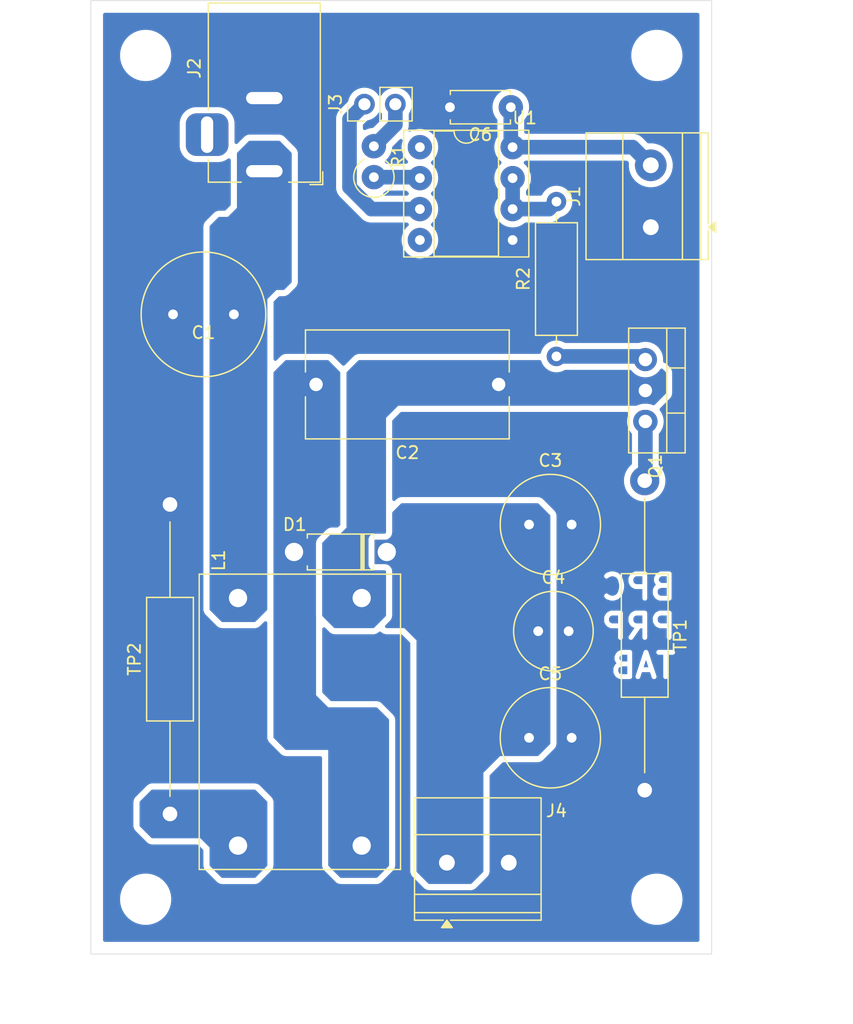
<source format=kicad_pcb>
(kicad_pcb (version 20241229) (generator "pcbnew") (generator_version "9.0")
  (layers (0 "F.Cu" signal) (2 "B.Cu" signal) (13 "F.Paste" user) (15 "B.Paste" user) (5 "F.SilkS" user "F.Silkscreen") (7 "B.SilkS" user "B.Silkscreen") (1 "F.Mask" user) (3 "B.Mask" user) (25 "Edge.Cuts" user))
  (net 0 "")
  (net 1 "GND")
  (net 2 "+24V")
  (net 3 "Net-(Q1-D)")
  (net 4 "Net-(D1-A)")
  (net 5 "out")
  (net 6 "PWM")
  (net 9 "Net-(J3-Pin_1)")
  (net 10 "Net-(J3-Pin_2)")
  (net 11 "VCC")
  (net 12 "Net-(U1-A)")
  (net 13 "Net-(R2-Pad2)")
  (net 14 "Net-(Q1-S)")
  (net 15 "Net-(L1-Pad3)")
  (footprint "Capacitor_THT:C_Radial_D8.0mm_H11.5mm_P3.50mm" (layer "F.Cu") (at 72.25 82.25)
    (property "Reference" "C5" (at 1.75 -5.25 0) (layer "F.SilkS"))
    (property "Value" "22u")
    (fp_circle (center 1.75 0) (end 5.87 0) (stroke (width 0.12)) (fill no) (layer "F.SilkS"))
    (pad "1" thru_hole circle (at 0 0) (size 2 2) (drill 0.8) (layers "*.Cu" "*.Mask") (net 5 "out"))
    (pad "2" thru_hole circle (at 3.5 0) (size 2 2) (drill 0.8) (layers "*.Cu" "*.Mask") (net 1 "GND"))
  )
  (footprint "Connector_BarrelJack:BarrelJack_Horizontal" (layer "F.Cu") (at 50.5 35.75 -90)
    (property "Reference" "J2" (at -8.45 5.75 90) (layer "F.SilkS"))
    (property "Value" "Barrel Jack")
    (fp_line (start -13.8 4.6) (end -13.8 -4.6) (stroke (width 0.12)) (layer "F.SilkS"))
    (fp_line (start -5 4.6) (end -13.8 4.6) (stroke (width 0.12)) (layer "F.SilkS"))
    (fp_line (start 0.9 4.6) (end -1 4.6) (stroke (width 0.12)) (layer "F.SilkS"))
    (fp_line (start 0.9 1.9) (end 0.9 4.6) (stroke (width 0.12)) (layer "F.SilkS"))
    (fp_line (start 1.1 -3.75) (end 1.1 -4.8) (stroke (width 0.12)) (layer "F.SilkS"))
    (fp_line (start -13.8 -4.6) (end 0.9 -4.6) (stroke (width 0.12)) (layer "F.SilkS"))
    (fp_line (start 0.9 -4.6) (end 0.9 -2) (stroke (width 0.12)) (layer "F.SilkS"))
    (fp_line (start 0.05 -4.8) (end 1.1 -4.8) (stroke (width 0.12)) (layer "F.SilkS"))
    (pad "1" thru_hole rect (at 0 0 270) (size 3.5 3.5) (drill oval 1 3) (layers "*.Cu" "*.Mask") (net 2 "+24V"))
    (pad "2" thru_hole roundrect (at -6 0 270) (size 3 3.5) (drill oval 1 3) (layers "*.Cu" "*.Mask") (net 1 "GND"))
    (pad "3" thru_hole roundrect (at -3 4.7 270) (size 3.5 3.5) (drill oval 3 1) (layers "*.Cu" "*.Mask"))
  )
  (footprint "Inductor_THT:L_CommonMode_Toroid_Vertical_L24.0mm_W16.3mm_Px10.16mm_Py20.32mm_Murata_5200" (layer "F.Cu") (at 58.5 70.78 -90)
    (property "Reference" "L1" (at -3.09 11.75 90) (layer "F.SilkS"))
    (property "Value" "2m")
    (fp_line (start -1.96 13.35) (end 22.28 13.35) (stroke (width 0.12)) (layer "F.SilkS"))
    (fp_line (start -1.96 -3.19) (end -1.96 13.35) (stroke (width 0.12)) (layer "F.SilkS"))
    (fp_line (start -1.96 -3.19) (end 22.28 -3.19) (stroke (width 0.12)) (layer "F.SilkS"))
    (fp_line (start 22.28 -3.19) (end 22.28 13.35) (stroke (width 0.12)) (layer "F.SilkS"))
    (pad "1" thru_hole rect (at 0 0 270) (size 2.2 2.2) (drill 1.5) (layers "*.Cu" "*.Mask") (net 3 "Net-(Q1-D)"))
    (pad "2" thru_hole circle (at 0 10.16 270) (size 2.2 2.2) (drill 1.5) (layers "*.Cu" "*.Mask") (net 2 "+24V"))
    (pad "3" thru_hole circle (at 20.32 10.16 270) (size 2.2 2.2) (drill 1.5) (layers "*.Cu" "*.Mask") (net 15 "Net-(L1-Pad3)"))
    (pad "4" thru_hole circle (at 20.32 0 270) (size 2.2 2.2) (drill 1.5) (layers "*.Cu" "*.Mask") (net 4 "Net-(D1-A)"))
  )
  (footprint "Resistor_THT:R_Axial_DIN0411_L9.9mm_D3.6mm_P25.40mm_Horizontal" (layer "F.Cu") (at 81.75 61.15 -90)
    (property "Reference" "TP1" (at 12.7 -2.92 270) (layer "F.SilkS"))
    (property "Value" "Shunt")
    (fp_line (start 7.63 1.92) (end 17.77 1.92) (stroke (width 0.12)) (layer "F.SilkS"))
    (fp_line (start 17.77 1.92) (end 17.77 -1.92) (stroke (width 0.12)) (layer "F.SilkS"))
    (fp_line (start 1.44 0) (end 7.63 0) (stroke (width 0.12)) (layer "F.SilkS"))
    (fp_line (start 23.96 0) (end 17.77 0) (stroke (width 0.12)) (layer "F.SilkS"))
    (fp_line (start 7.63 -1.92) (end 7.63 1.92) (stroke (width 0.12)) (layer "F.SilkS"))
    (fp_line (start 17.77 -1.92) (end 7.63 -1.92) (stroke (width 0.12)) (layer "F.SilkS"))
    (pad "1" thru_hole circle (at 0 0 270) (size 2.4 2.4) (drill 1.2) (layers "*.Cu" "*.Mask") (net 14 "Net-(Q1-S)"))
    (pad "2" thru_hole oval (at 25.4 0 270) (size 2.4 2.4) (drill 1.2) (layers "*.Cu" "*.Mask") (net 1 "GND"))
  )
  (footprint "Capacitor_THT:C_Rect_L16.5mm_W8.7mm_P15.00mm_MKT" (layer "F.Cu") (at 69.75 53.25 180)
    (property "Reference" "C2" (at 7.5 -5.6 0) (layer "F.SilkS"))
    (property "Value" "2.2u")
    (fp_line (start 15.87 1.019) (end 15.87 4.47) (stroke (width 0.12)) (layer "F.SilkS"))
    (fp_line (start 15.87 -4.47) (end 15.87 -1.019) (stroke (width 0.12)) (layer "F.SilkS"))
    (fp_line (start -0.87 4.47) (end 15.87 4.47) (stroke (width 0.12)) (layer "F.SilkS"))
    (fp_line (start -0.87 1.019) (end -0.87 4.47) (stroke (width 0.12)) (layer "F.SilkS"))
    (fp_line (start -0.87 -4.47) (end 15.87 -4.47) (stroke (width 0.12)) (layer "F.SilkS"))
    (fp_line (start -0.87 -4.47) (end -0.87 -1.019) (stroke (width 0.12)) (layer "F.SilkS"))
    (pad "1" thru_hole circle (at 0 0 180) (size 2.2 2.2) (drill 1.1) (layers "*.Cu" "*.Mask") (net 3 "Net-(Q1-D)"))
    (pad "2" thru_hole circle (at 15 0 180) (size 2.2 2.2) (drill 1.1) (layers "*.Cu" "*.Mask") (net 4 "Net-(D1-A)"))
  )
  (footprint "Connector_PinHeader_2.54mm:PinHeader_1x02_P2.54mm_Vertical" (layer "F.Cu") (at 58.725 30.25 90)
    (property "Reference" "J3" (at 0 -2.38 90) (layer "F.SilkS"))
    (property "Value" "Pin Header")
    (fp_line (start -1.38 -1.38) (end 0 -1.38) (stroke (width 0.12)) (layer "F.SilkS"))
    (fp_line (start -1.38 0) (end -1.38 -1.38) (stroke (width 0.12)) (layer "F.SilkS"))
    (fp_line (start 1.38 1.27) (end 1.38 3.92) (stroke (width 0.12)) (layer "F.SilkS"))
    (fp_line (start -1.38 1.27) (end 1.38 1.27) (stroke (width 0.12)) (layer "F.SilkS"))
    (fp_line (start -1.38 1.27) (end -1.38 3.92) (stroke (width 0.12)) (layer "F.SilkS"))
    (fp_line (start -1.38 3.92) (end 1.38 3.92) (stroke (width 0.12)) (layer "F.SilkS"))
    (pad "1" thru_hole circle (at 0 0 90) (size 1.7 1.7) (drill 1) (layers "*.Cu" "*.Mask") (net 9 "Net-(J3-Pin_1)"))
    (pad "2" thru_hole circle (at 0 2.54 90) (size 1.7 1.7) (drill 1) (layers "*.Cu" "*.Mask") (net 10 "Net-(J3-Pin_2)"))
  )
  (footprint "Capacitor_THT:C_Radial_D6.3mm_H7.0mm_P2.50mm" (layer "F.Cu") (at 73 73.5)
    (property "Reference" "C4" (at 1.25 -4.4 0) (layer "F.SilkS"))
    (property "Value" "10u")
    (fp_circle (center 1.25 0) (end 4.52 0) (stroke (width 0.12)) (fill no) (layer "F.SilkS"))
    (pad "1" thru_hole circle (at 0 0) (size 1.6 1.6) (drill 0.8) (layers "*.Cu" "*.Mask") (net 5 "out"))
    (pad "2" thru_hole circle (at 2.5 0) (size 1.6 1.6) (drill 0.8) (layers "*.Cu" "*.Mask") (net 1 "GND"))
  )
  (footprint "MountingHole:MountingHole_3.2mm_M3" (layer "F.Cu") (at 40.75 95.5)
    (property "Reference" "REF**" (hide yes))
    (property "Value" "MountingHole_3.2mm_M3")
    (pad "" np_thru_hole circle (at 0 0) (size 3.2 3.2) (drill 3.2) (layers "*.Cu" "*.Mask"))
  )
  (footprint "Capacitor_THT:C_Radial_D10.0mm_H20.0mm_P5.00mm" (layer "F.Cu") (at 48 47.5 180)
    (property "Reference" "C1" (at 2.5 -1.5 0) (layer "F.SilkS"))
    (property "Value" "22u")
    (fp_circle (center 2.5 0) (end 7.62 0) (stroke (width 0.12)) (fill no) (layer "F.SilkS"))
    (pad "1" thru_hole circle (at 0 0 180) (size 2 2) (drill 0.8) (layers "*.Cu" "*.Mask") (net 2 "+24V"))
    (pad "2" thru_hole circle (at 5 0 180) (size 2 2) (drill 0.8) (layers "*.Cu" "*.Mask") (net 1 "GND"))
  )
  (footprint "Resistor_THT:R_Axial_DIN0309_L9.0mm_D3.2mm_P2.54mm_Vertical" (layer "F.Cu") (at 59.5 36.24 90)
    (property "Reference" "R1" (at 1.72 2 90) (layer "F.SilkS"))
    (property "Value" "220")
    (fp_arc (start 1.344775 0.97138) (mid -1.655812 -0.101418) (end 1.453272 -0.8) (stroke (width 0.12)) (layer "F.SilkS"))
    (pad "1" thru_hole circle (at 0 0 90) (size 2 2) (drill 0.8) (layers "*.Cu" "*.Mask") (net 12 "Net-(U1-A)"))
    (pad "2" thru_hole circle (at 2.54 0 90) (size 2 2) (drill 0.8) (layers "*.Cu" "*.Mask") (net 10 "Net-(J3-Pin_2)"))
  )
  (footprint "MountingHole:MountingHole_3.2mm_M3" (layer "F.Cu") (at 82.75 95.5)
    (property "Reference" "REF**" (hide yes))
    (property "Value" "MountingHole_3.2mm_M3")
    (pad "" np_thru_hole circle (at 0 0) (size 3.2 3.2) (drill 3.2) (layers "*.Cu" "*.Mask"))
  )
  (footprint "Capacitor_THT:C_Radial_D8.0mm_H11.5mm_P3.50mm" (layer "F.Cu") (at 72.25 64.75)
    (property "Reference" "C3" (at 1.75 -5.25 0) (layer "F.SilkS"))
    (property "Value" "22u")
    (fp_circle (center 1.75 0) (end 5.87 0) (stroke (width 0.12)) (fill no) (layer "F.SilkS"))
    (pad "1" thru_hole circle (at 0 0) (size 2 2) (drill 0.8) (layers "*.Cu" "*.Mask") (net 5 "out"))
    (pad "2" thru_hole circle (at 3.5 0) (size 2 2) (drill 0.8) (layers "*.Cu" "*.Mask") (net 1 "GND"))
  )
  (footprint "Diode_THT:D_A-405_P7.62mm_Horizontal" (layer "F.Cu") (at 60.56 67 180)
    (property "Reference" "D1" (at 7.56 2.25 0) (layer "F.SilkS"))
    (property "Value" "SR5200")
    (fp_line (start 6.53 1.47) (end 6.53 1.14) (stroke (width 0.12)) (layer "F.SilkS"))
    (fp_line (start 6.53 -1.47) (end 6.53 -1.14) (stroke (width 0.12)) (layer "F.SilkS"))
    (fp_line (start 2.11 -1.47) (end 2.11 1.47) (stroke (width 0.12)) (layer "F.SilkS"))
    (fp_line (start 1.99 -1.47) (end 1.99 1.47) (stroke (width 0.12)) (layer "F.SilkS"))
    (fp_line (start 1.87 -1.47) (end 1.87 1.47) (stroke (width 0.12)) (layer "F.SilkS"))
    (fp_line (start 1.09 1.47) (end 6.53 1.47) (stroke (width 0.12)) (layer "F.SilkS"))
    (fp_line (start 1.09 1.14) (end 1.09 1.47) (stroke (width 0.12)) (layer "F.SilkS"))
    (fp_line (start 1.09 -1.14) (end 1.09 -1.47) (stroke (width 0.12)) (layer "F.SilkS"))
    (fp_line (start 1.09 -1.47) (end 6.53 -1.47) (stroke (width 0.12)) (layer "F.SilkS"))
    (pad "1" thru_hole rect (at 0 0 180) (size 2 2) (drill 1.5) (layers "*.Cu" "*.Mask") (net 5 "out"))
    (pad "2" thru_hole circle (at 7.62 0 180) (size 2.2 2.2) (drill 1.5) (layers "*.Cu" "*.Mask") (net 4 "Net-(D1-A)"))
  )
  (footprint "Resistor_THT:R_Axial_DIN0309_L9.0mm_D3.2mm_P12.70mm_Horizontal" (layer "F.Cu") (at 74.5 50.95 90)
    (property "Reference" "R2" (at 6.35 -2.72 90) (layer "F.SilkS"))
    (property "Value" "6")
    (fp_line (start 10.97 -1.72) (end 1.73 -1.72) (stroke (width 0.12)) (layer "F.SilkS"))
    (fp_line (start 1.73 -1.72) (end 1.73 1.72) (stroke (width 0.12)) (layer "F.SilkS"))
    (fp_line (start 11.66 0) (end 10.97 0) (stroke (width 0.12)) (layer "F.SilkS"))
    (fp_line (start 1.04 0) (end 1.73 0) (stroke (width 0.12)) (layer "F.SilkS"))
    (fp_line (start 10.97 1.72) (end 10.97 -1.72) (stroke (width 0.12)) (layer "F.SilkS"))
    (fp_line (start 1.73 1.72) (end 10.97 1.72) (stroke (width 0.12)) (layer "F.SilkS"))
    (pad "1" thru_hole circle (at 0 0 90) (size 1.6 1.6) (drill 0.8) (layers "*.Cu" "*.Mask") (net 6 "PWM"))
    (pad "2" thru_hole oval (at 12.7 0 90) (size 1.6 1.6) (drill 0.8) (layers "*.Cu" "*.Mask") (net 13 "Net-(R2-Pad2)"))
  )
  (footprint "TerminalBlock_Phoenix:TerminalBlock_Phoenix_MKDS-1,5-2-5.08_1x02_P5.08mm_Horizontal" (layer "F.Cu") (at 82.25 40.345 90)
    (property "Reference" "J1" (at 2.54 -6.32 90) (layer "F.SilkS"))
    (property "Value" "Screw Terminal")
    (fp_line (start 7.74 -5.32) (end 7.74 4.72) (stroke (width 0.12)) (layer "F.SilkS"))
    (fp_line (start -2.66 -5.32) (end 7.74 -5.32) (stroke (width 0.12)) (layer "F.SilkS"))
    (fp_line (start -2.66 -5.32) (end -2.66 4.72) (stroke (width 0.12)) (layer "F.SilkS"))
    (fp_line (start -2.66 -2.3) (end 7.74 -2.3) (stroke (width 0.12)) (layer "F.SilkS"))
    (fp_line (start -2.66 2.6) (end 7.74 2.6) (stroke (width 0.12)) (layer "F.SilkS"))
    (fp_line (start -2.66 4.1) (end 7.74 4.1) (stroke (width 0.12)) (layer "F.SilkS"))
    (fp_line (start 0.3 4.72) (end 7.74 4.72) (stroke (width 0.12)) (layer "F.SilkS"))
    (fp_line (start -2.66 4.72) (end -0.3 4.72) (stroke (width 0.12)) (layer "F.SilkS"))
    (fp_poly (pts (xy 0 4.72) (xy 0.44 5.33) (xy -0.44 5.33)) (stroke (width 0.12)) (fill yes) (layer "F.SilkS"))
    (pad "1" thru_hole roundrect (at 0 0 90) (size 2.6 2.6) (drill 1.3) (layers "*.Cu" "*.Mask") (roundrect_rratio 0.096154) (net 1 "GND"))
    (pad "2" thru_hole circle (at 5.08 0 90) (size 2.6 2.6) (drill 1.3) (layers "*.Cu" "*.Mask") (net 11 "VCC"))
  )
  (footprint "TerminalBlock_Phoenix:TerminalBlock_Phoenix_MKDS-1,5-2-5.08_1x02_P5.08mm_Horizontal" (layer "F.Cu") (at 65.5 92.5)
    (property "Reference" "J4" (at 9 -4.25 0) (layer "F.SilkS"))
    (property "Value" "Screw Terminal")
    (fp_line (start -2.66 -5.32) (end -2.66 4.72) (stroke (width 0.12)) (layer "F.SilkS"))
    (fp_line (start -2.66 -5.32) (end 7.74 -5.32) (stroke (width 0.12)) (layer "F.SilkS"))
    (fp_line (start -2.66 -2.3) (end 7.74 -2.3) (stroke (width 0.12)) (layer "F.SilkS"))
    (fp_line (start -2.66 2.6) (end 7.74 2.6) (stroke (width 0.12)) (layer "F.SilkS"))
    (fp_line (start -2.66 4.1) (end 7.74 4.1) (stroke (width 0.12)) (layer "F.SilkS"))
    (fp_line (start -2.66 4.72) (end -0.3 4.72) (stroke (width 0.12)) (layer "F.SilkS"))
    (fp_line (start 0.3 4.72) (end 7.74 4.72) (stroke (width 0.12)) (layer "F.SilkS"))
    (fp_line (start 7.74 -5.32) (end 7.74 4.72) (stroke (width 0.12)) (layer "F.SilkS"))
    (fp_poly (pts (xy 0 4.72) (xy 0.44 5.33) (xy -0.44 5.33)) (stroke (width 0.12)) (fill yes) (layer "F.SilkS"))
    (pad "1" thru_hole roundrect (at 0 0) (size 2.6 2.6) (drill 1.3) (layers "*.Cu" "*.Mask") (roundrect_rratio 0.096154) (net 5 "out"))
    (pad "2" thru_hole circle (at 5.08 0) (size 2.6 2.6) (drill 1.3) (layers "*.Cu" "*.Mask") (net 1 "GND"))
  )
  (footprint "Capacitor_THT:C_Disc_D4.7mm_W2.5mm_P5.00mm" (layer "F.Cu") (at 70.75 30.5 180)
    (property "Reference" "C6" (at 2.5 -2.25 0) (layer "F.SilkS"))
    (property "Value" "0.1u")
    (fp_line (start 4.97 1.04) (end 4.97 1.37) (stroke (width 0.12)) (layer "F.SilkS"))
    (fp_line (start 4.97 -1.37) (end 4.97 -1.04) (stroke (width 0.12)) (layer "F.SilkS"))
    (fp_line (start 0.03 1.37) (end 4.97 1.37) (stroke (width 0.12)) (layer "F.SilkS"))
    (fp_line (start 0.03 1.04) (end 0.03 1.37) (stroke (width 0.12)) (layer "F.SilkS"))
    (fp_line (start 0.03 -1.37) (end 4.97 -1.37) (stroke (width 0.12)) (layer "F.SilkS"))
    (fp_line (start 0.03 -1.37) (end 0.03 -1.04) (stroke (width 0.12)) (layer "F.SilkS"))
    (pad "1" thru_hole circle (at 0 0 180) (size 2 2) (drill 0.8) (layers "*.Cu" "*.Mask") (net 11 "VCC"))
    (pad "2" thru_hole circle (at 5 0 180) (size 2 2) (drill 0.8) (layers "*.Cu" "*.Mask") (net 1 "GND"))
  )
  (footprint "Resistor_THT:R_Axial_DIN0411_L9.9mm_D3.6mm_P25.40mm_Horizontal" (layer "F.Cu") (at 42.75 88.5 90)
    (property "Reference" "TP2" (at 12.7 -2.92 90) (layer "F.SilkS"))
    (property "Value" "Shunt")
    (fp_line (start 17.77 -1.92) (end 7.63 -1.92) (stroke (width 0.12)) (layer "F.SilkS"))
    (fp_line (start 7.63 -1.92) (end 7.63 1.92) (stroke (width 0.12)) (layer "F.SilkS"))
    (fp_line (start 23.96 0) (end 17.77 0) (stroke (width 0.12)) (layer "F.SilkS"))
    (fp_line (start 1.44 0) (end 7.63 0) (stroke (width 0.12)) (layer "F.SilkS"))
    (fp_line (start 17.77 1.92) (end 17.77 -1.92) (stroke (width 0.12)) (layer "F.SilkS"))
    (fp_line (start 7.63 1.92) (end 17.77 1.92) (stroke (width 0.12)) (layer "F.SilkS"))
    (pad "1" thru_hole circle (at 0 0 90) (size 2.4 2.4) (drill 1.2) (layers "*.Cu" "*.Mask") (net 15 "Net-(L1-Pad3)"))
    (pad "2" thru_hole oval (at 25.4 0 90) (size 2.4 2.4) (drill 1.2) (layers "*.Cu" "*.Mask") (net 1 "GND"))
  )
  (footprint "Package_DIP:DIP-8_W7.62mm_Socket" (layer "F.Cu") (at 63.28 33.78)
    (property "Reference" "U1" (at 8.61 -2.4 0) (layer "F.SilkS"))
    (property "Value" "HCPL-3120")
    (fp_line (start 1.16 -1.33) (end 1.16 8.95) (stroke (width 0.12)) (layer "F.SilkS"))
    (fp_line (start 1.16 8.95) (end 6.46 8.95) (stroke (width 0.12)) (layer "F.SilkS"))
    (fp_line (start 2.81 -1.33) (end 1.16 -1.33) (stroke (width 0.12)) (layer "F.SilkS"))
    (fp_line (start 6.46 -1.33) (end 4.81 -1.33) (stroke (width 0.12)) (layer "F.SilkS"))
    (fp_line (start 6.46 8.95) (end 6.46 -1.33) (stroke (width 0.12)) (layer "F.SilkS"))
    (fp_rect (start -1.33 -1.39) (end 8.95 9.01) (stroke (width 0.12)) (fill no) (layer "F.SilkS"))
    (fp_arc (start 4.81 -1.33) (mid 3.81 -0.33) (end 2.81 -1.33) (stroke (width 0.12)) (layer "F.SilkS"))
    (pad "1" thru_hole circle (at 0 0) (size 2 2) (drill 0.8) (layers "*.Cu" "*.Mask"))
    (pad "2" thru_hole circle (at 0 2.54) (size 2 2) (drill 0.8) (layers "*.Cu" "*.Mask") (net 12 "Net-(U1-A)"))
    (pad "3" thru_hole circle (at 0 5.08) (size 2 2) (drill 0.8) (layers "*.Cu" "*.Mask") (net 9 "Net-(J3-Pin_1)"))
    (pad "4" thru_hole circle (at 0 7.62) (size 2 2) (drill 0.8) (layers "*.Cu" "*.Mask"))
    (pad "5" thru_hole circle (at 7.62 7.62) (size 2 2) (drill 0.8) (layers "*.Cu" "*.Mask") (net 1 "GND"))
    (pad "6" thru_hole circle (at 7.62 5.08) (size 2 2) (drill 0.8) (layers "*.Cu" "*.Mask") (net 13 "Net-(R2-Pad2)"))
    (pad "7" thru_hole circle (at 7.62 2.54) (size 2 2) (drill 0.8) (layers "*.Cu" "*.Mask") (net 13 "Net-(R2-Pad2)"))
    (pad "8" thru_hole circle (at 7.62 0) (size 2 2) (drill 0.8) (layers "*.Cu" "*.Mask") (net 11 "VCC"))
  )
  (footprint "MountingHole:MountingHole_3.2mm_M3" (layer "F.Cu") (at 40.75 26.25)
    (property "Reference" "REF**" (hide yes))
    (property "Value" "MountingHole_3.2mm_M3")
    (pad "" np_thru_hole circle (at 0 0) (size 3.2 3.2) (drill 3.2) (layers "*.Cu" "*.Mask"))
  )
  (footprint "Package_TO_SOT_THT:TO-220-3_Vertical" (layer "F.Cu") (at 81.805 51.21 -90)
    (property "Reference" "Q1" (at 8.75 -0.83 90) (layer "F.SilkS"))
    (property "Value" "IRF520N")
    (fp_line (start -2.58 1.371) (end 7.66 1.371) (stroke (width 0.12)) (layer "F.SilkS"))
    (fp_line (start -2.58 -1.76) (end 7.66 -1.76) (stroke (width 0.12)) (layer "F.SilkS"))
    (fp_line (start -2.58 -3.27) (end -2.58 1.371) (stroke (width 0.12)) (layer "F.SilkS"))
    (fp_line (start -2.58 -3.27) (end 7.66 -3.27) (stroke (width 0.12)) (layer "F.SilkS"))
    (fp_line (start 0.69 -3.27) (end 0.69 -1.76) (stroke (width 0.12)) (layer "F.SilkS"))
    (fp_line (start 4.391 -3.27) (end 4.391 -1.76) (stroke (width 0.12)) (layer "F.SilkS"))
    (fp_line (start 7.66 -3.27) (end 7.66 1.371) (stroke (width 0.12)) (layer "F.SilkS"))
    (pad "1" thru_hole circle (at 0 0 270) (size 1.905 1.905) (drill 1.1) (layers "*.Cu" "*.Mask") (net 6 "PWM"))
    (pad "2" thru_hole oval (at 2.54 0 270) (size 1.905 2) (drill 1.1) (layers "*.Cu" "*.Mask") (net 3 "Net-(Q1-D)"))
    (pad "3" thru_hole oval (at 5.08 0 270) (size 1.905 2) (drill 1.1) (layers "*.Cu" "*.Mask") (net 14 "Net-(Q1-S)"))
  )
  (footprint "MountingHole:MountingHole_3.2mm_M3" (layer "F.Cu") (at 82.75 26.25)
    (property "Reference" "REF**" (hide yes))
    (property "Value" "MountingHole_3.2mm_M3")
    (pad "" np_thru_hole circle (at 0 0) (size 3.2 3.2) (drill 3.2) (layers "*.Cu" "*.Mask"))
  )
  (gr_rect (start 36.25 21.75) (end 87.25 100) (stroke (width 0.05)) (fill no) (layer "Edge.Cuts"))
  (gr_text "BPC\nPRP\nTAB\n" (at 84.5 77.5 0) (layer "B.Cu" knockout) (effects (font (size 2 2) (thickness 0.4) (bold yes)) (justify left bottom mirror)))
  (segment (start 74.5 50.95) (end 81.545 50.95) (width 1.2) (layer "B.Cu") (net 6))
  (segment (start 81.545 50.95) (end 81.805 51.21) (width 1.2) (layer "B.Cu") (net 6))
  (segment (start 58.725 30.25) (end 57.499 31.476) (width 1.2) (layer "B.Cu") (net 9))
  (segment (start 59.290158 38.86) (end 63.28 38.86) (width 1.2) (layer "B.Cu") (net 9))
  (segment (start 57.499 37.068842) (end 59.290158 38.86) (width 1.2) (layer "B.Cu") (net 9))
  (segment (start 57.499 31.476) (end 57.499 37.068842) (width 1.2) (layer "B.Cu") (net 9))
  (segment (start 61.265 30.25) (end 61.265 31.935) (width 1.2) (layer "B.Cu") (net 10))
  (segment (start 61.265 31.935) (end 59.5 33.7) (width 1.2) (layer "B.Cu") (net 10))
  (segment (start 80.765 33.78) (end 82.25 35.265) (width 1.2) (layer "B.Cu") (net 11))
  (segment (start 70.75 30.5) (end 70.75 33.63) (width 1.2) (layer "B.Cu") (net 11))
  (segment (start 70.75 33.63) (end 70.9 33.78) (width 1.2) (layer "B.Cu") (net 11))
  (segment (start 70.9 33.78) (end 80.765 33.78) (width 1.2) (layer "B.Cu") (net 11))
  (segment (start 63.2 36.24) (end 63.28 36.32) (width 1.2) (layer "B.Cu") (net 12))
  (segment (start 59.7 36.24) (end 63.2 36.24) (width 1.2) (layer "B.Cu") (net 12))
  (segment (start 70.9 36.32) (end 70.9 38.86) (width 1.2) (layer "B.Cu") (net 13))
  (segment (start 73.89 38.86) (end 74.5 38.25) (width 1.2) (layer "B.Cu") (net 13))
  (segment (start 70.9 38.86) (end 73.89 38.86) (width 1.2) (layer "B.Cu") (net 13))
  (segment (start 81.805 61.095) (end 81.75 61.15) (width 1.2) (layer "B.Cu") (net 14))
  (segment (start 81.805 56.29) (end 81.805 61.095) (width 1.2) (layer "B.Cu") (net 14))
  (zone (net 1) (net_name "GND") (layer "B.Cu") (connect_pads yes (clearance 0.5)) (min_thickness 0.3) (fill yes (thermal_gap 0.5) (thermal_bridge_width 0.8) (smoothing chamfer) (radius 1))
    (polygon (pts (xy 36.25 21.75) (xy 87.25 21.75) (xy 87.25 100) (xy 36.25 100)))
  )
  (zone (net 5) (net_name "out") (layer "B.Cu") (priority 7) (connect_pads yes (clearance 0.5)) (min_thickness 0.25) (fill yes (thermal_gap 0.5) (thermal_bridge_width 0.5) (smoothing chamfer) (radius 1))
    (polygon (pts (xy 59.5 73.25) (xy 62 73.25) (xy 63 74.25) (xy 63 94.25) (xy 68.5 94.25) (xy 68.5 85.125) (xy 69.875 83.75) (xy 74 83.75) (xy 74 76.29718) (xy 74 63) (xy 60.75 63) (xy 60.75 65.25) (xy 59.5 65.25)))
  )
  (zone (net 15) (net_name "Net-(L1-Pad3)") (layer "B.Cu") (priority 3) (connect_pads yes (clearance 0.125)) (min_thickness 0.25) (fill yes (thermal_gap 0.5) (thermal_bridge_width 0.5) (smoothing chamfer) (radius 1))
    (polygon (pts (xy 40.25 86.5) (xy 40.25 90.5) (xy 45.25 90.5) (xy 46 91.25) (xy 46 93.75) (xy 50.75 93.75) (xy 50.75 86.5)))
  )
  (zone (net 3) (net_name "Net-(Q1-D)") (layer "B.Cu") (priority 7) (connect_pads yes (clearance 0.5)) (min_thickness 0.25) (fill yes (thermal_gap 0.5) (thermal_bridge_width 0.5) (smoothing chamfer) (radius 1))
    (polygon (pts (xy 57.25 51.25) (xy 57.25 65) (xy 56.75 65.5) (xy 55.25 65.5) (xy 55.25 73.25) (xy 60.5 73.25) (xy 60.5 56) (xy 61.5 55) (xy 83.5 55) (xy 83.5 51.25)))
  )
  (zone (net 2) (net_name "+24V") (layer "B.Cu") (priority 1) (connect_pads yes (clearance 0.125)) (min_thickness 0.25) (fill yes (thermal_gap 0.5) (thermal_bridge_width 0.5) (smoothing chamfer) (radius 1))
    (polygon (pts (xy 46 72.75) (xy 50.75 72.75) (xy 50.75 46.25) (xy 51.5 45.5) (xy 52.75 45.5) (xy 52.75 33.25) (xy 48.25 33.25) (xy 48.25 38.75) (xy 47.5 39.5) (xy 46 39.5)))
  )
  (zone (net 0) (net_name "") (layer "B.Cu") (connect_pads yes (clearance 0.5)) (min_thickness 0.3) (fill yes (thermal_gap 0.5) (thermal_bridge_width 0.8) (island_removal_mode 1) (island_area_min 10))
    (polygon (pts (xy 58 29.5) (xy 61.25 29.5) (xy 61.25 33) (xy 64.5 33) (xy 64.5 38.75) (xy 58 38.75)))
  )
  (zone (net 4) (net_name "Net-(D1-A)") (layer "B.Cu") (priority 5) (connect_pads yes (clearance 0.5)) (min_thickness 0.25) (fill yes (thermal_gap 0.5) (thermal_bridge_width 0.5) (smoothing chamfer) (radius 1))
    (polygon (pts (xy 51.25 51.25) (xy 56.75 51.25) (xy 56.75 66.75) (xy 54.75 66.75) (xy 54.75 78.75) (xy 55.75 79.75) (xy 60.75 79.75) (xy 60.75 93.75) (xy 55.75 93.75) (xy 55.75 83.25) (xy 51.25 83.25) (xy 51.25 63.5)))
  )
)
</source>
